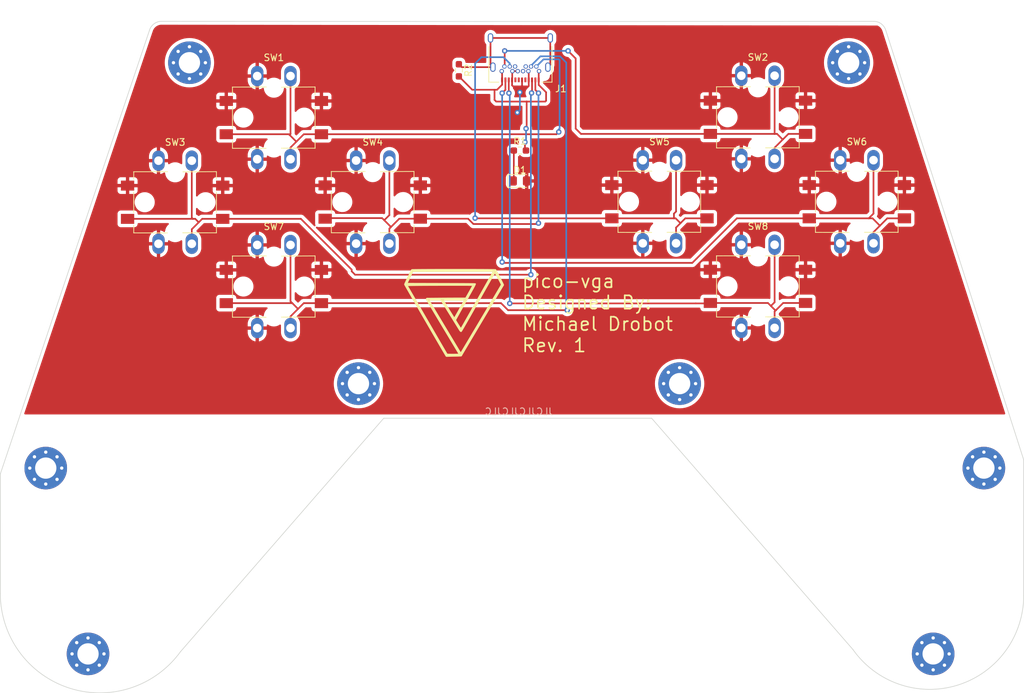
<source format=kicad_pcb>
(kicad_pcb (version 20211014) (generator pcbnew)
  (layers (0 "F.Cu" signal) (31 "B.Cu" signal) (34 "B.Paste" user) (35 "F.Paste" user) (36 "B.SilkS" user "B.Silkscreen") (37 "F.SilkS" user "F.Silkscreen") (38 "B.Mask" user) (39 "F.Mask" user) (44 "Edge.Cuts" user))
  (net 0 "")
  (net 1 "Net-(D1-Pad1)")
  (net 2 "+3V3")
  (net 3 "GND")
  (net 4 "Net-(J1-PadA2)")
  (net 5 "Net-(J1-PadA3)")
  (net 9 "Net-(J1-PadA10)")
  (net 10 "Net-(J1-PadA11)")
  (net 11 "Net-(J1-PadB2)")
  (net 12 "Net-(J1-PadB3)")
  (net 16 "Net-(J1-PadB10)")
  (net 17 "Net-(J1-PadB11)")
  (net 18 "Net-(J1-PadS1)")
  (footprint "controller:SW_Push_1P1T_12MM_SMD_AND_THT" (layer "F.Cu") (at 55.8673 53.975)
    (fp_text reference "SW7" (at 0 -9.017 unlocked) (layer "F.SilkS"))
    (fp_text value "SW_Push" hide)
    (pad "" np_thru_hole circle (at 0 4.5) (size 2 2) (drill 2) (layers *.Cu *.Mask))
    (pad "" np_thru_hole circle (at 4.572 0 90) (size 2 2) (drill 2) (layers *.Cu *.Mask))
    (pad "" np_thru_hole circle (at -4.572 0 90) (size 2 2) (drill 2) (layers *.Cu *.Mask))
    (pad "" np_thru_hole circle (at 0 -4.5) (size 2 2) (drill 2) (layers *.Cu *.Mask))
    (pad "1" thru_hole oval (at -2.5 6.25 90) (size 3.048 1.85) (drill 1.3) (layers *.Cu *.Mask) (net 2 "+3V3"))
    (pad "1" thru_hole oval (at -2.5 -6.25 90) (size 3.048 1.85) (drill 1.3) (layers *.Cu *.Mask) (net 2 "+3V3"))
    (pad "1" smd rect (at 7.15 -2.5) (size 2 1.5) (layers "F.Cu" "F.Paste" "F.Mask") (net 2 "+3V3"))
    (pad "1" smd rect (at -7.15 -2.5) (size 2 1.5) (layers "F.Cu" "F.Paste" "F.Mask") (net 2 "+3V3"))
    (pad "2" smd rect (at 7.15 2.5) (size 2 1.5) (layers "F.Cu" "F.Paste" "F.Mask") (net 16 "Net-(J1-PadB10)"))
    (pad "2" thru_hole oval (at 2.5 6.25 90) (size 3.048 1.85) (drill 1.3) (layers *.Cu *.Mask) (net 16 "Net-(J1-PadB10)"))
    (pad "2" thru_hole oval (at 2.5 -6.25 90) (size 3.048 1.85) (drill 1.3) (layers *.Cu *.Mask) (net 16 "Net-(J1-PadB10)"))
    (pad "2" smd rect (at -7.15 2.5) (size 2 1.5) (layers "F.Cu" "F.Paste" "F.Mask") (net 16 "Net-(J1-PadB10)"))
  )
  (footprint "controller:SW_Push_1P1T_12MM_SMD_AND_THT" (layer "F.Cu") (at 70.7263 41.275)
    (fp_text reference "SW4" (at 0 -9.017 unlocked) (layer "F.SilkS"))
    (fp_text value "SW_Push" hide)
    (pad "" np_thru_hole circle (at 0 4.5) (size 2 2) (drill 2) (layers *.Cu *.Mask))
    (pad "" np_thru_hole circle (at 4.572 0 90) (size 2 2) (drill 2) (layers *.Cu *.Mask))
    (pad "" np_thru_hole circle (at 0 -4.5) (size 2 2) (drill 2) (layers *.Cu *.Mask))
    (pad "" np_thru_hole circle (at -4.572 0 90) (size 2 2) (drill 2) (layers *.Cu *.Mask))
    (pad "1" smd rect (at -7.15 -2.5) (size 2 1.5) (layers "F.Cu" "F.Paste" "F.Mask") (net 2 "+3V3"))
    (pad "1" smd rect (at 7.15 -2.5) (size 2 1.5) (layers "F.Cu" "F.Paste" "F.Mask") (net 2 "+3V3"))
    (pad "1" thru_hole oval (at -2.5 6.25 90) (size 3.048 1.85) (drill 1.3) (layers *.Cu *.Mask) (net 2 "+3V3"))
    (pad "1" thru_hole oval (at -2.5 -6.25 90) (size 3.048 1.85) (drill 1.3) (layers *.Cu *.Mask) (net 2 "+3V3"))
    (pad "2" smd rect (at 7.15 2.5) (size 2 1.5) (layers "F.Cu" "F.Paste" "F.Mask") (net 4 "Net-(J1-PadA2)"))
    (pad "2" thru_hole oval (at 2.5 -6.25 90) (size 3.048 1.85) (drill 1.3) (layers *.Cu *.Mask) (net 4 "Net-(J1-PadA2)"))
    (pad "2" smd rect (at -7.15 2.5) (size 2 1.5) (layers "F.Cu" "F.Paste" "F.Mask") (net 4 "Net-(J1-PadA2)"))
    (pad "2" thru_hole oval (at 2.5 6.25 90) (size 3.048 1.85) (drill 1.3) (layers *.Cu *.Mask) (net 4 "Net-(J1-PadA2)"))
  )
  (footprint "controller:SW_Push_1P1T_12MM_SMD_AND_THT" (layer "F.Cu") (at 143.4719 41.2242)
    (fp_text reference "SW6" (at 0 -9.017 unlocked) (layer "F.SilkS"))
    (fp_text value "SW_Push" hide)
    (pad "" np_thru_hole circle (at -4.572 0 90) (size 2 2) (drill 2) (layers *.Cu *.Mask))
    (pad "" np_thru_hole circle (at 0 4.5) (size 2 2) (drill 2) (layers *.Cu *.Mask))
    (pad "" np_thru_hole circle (at 4.572 0 90) (size 2 2) (drill 2) (layers *.Cu *.Mask))
    (pad "" np_thru_hole circle (at 0 -4.5) (size 2 2) (drill 2) (layers *.Cu *.Mask))
    (pad "1" smd rect (at 7.15 -2.5) (size 2 1.5) (layers "F.Cu" "F.Paste" "F.Mask") (net 2 "+3V3"))
    (pad "1" smd rect (at -7.15 -2.5) (size 2 1.5) (layers "F.Cu" "F.Paste" "F.Mask") (net 2 "+3V3"))
    (pad "1" thru_hole oval (at -2.5 6.25 90) (size 3.048 1.85) (drill 1.3) (layers *.Cu *.Mask) (net 2 "+3V3"))
    (pad "1" thru_hole oval (at -2.5 -6.25 90) (size 3.048 1.85) (drill 1.3) (layers *.Cu *.Mask) (net 2 "+3V3"))
    (pad "2" thru_hole oval (at 2.5 6.25 90) (size 3.048 1.85) (drill 1.3) (layers *.Cu *.Mask) (net 10 "Net-(J1-PadA11)"))
    (pad "2" thru_hole oval (at 2.5 -6.25 90) (size 3.048 1.85) (drill 1.3) (layers *.Cu *.Mask) (net 10 "Net-(J1-PadA11)"))
    (pad "2" smd rect (at -7.15 2.5) (size 2 1.5) (layers "F.Cu" "F.Paste" "F.Mask") (net 10 "Net-(J1-PadA11)"))
    (pad "2" smd rect (at 7.15 2.5) (size 2 1.5) (layers "F.Cu" "F.Paste" "F.Mask") (net 10 "Net-(J1-PadA11)"))
  )
  (footprint "MountingHole:MountingHole_3.2mm_M3_Pad_Via" (layer "F.Cu") (at 154.94 109.22)
    (fp_text reference "REF**" hide)
    (fp_text value "MountingHole_3.2mm_M3_Pad_Via" hide)
    (pad "1" thru_hole circle (at 1.697056 1.697056) (size 0.8 0.8) (drill 0.5) (layers *.Cu *.Mask))
    (pad "1" thru_hole circle (at 1.697056 -1.697056) (size 0.8 0.8) (drill 0.5) (layers *.Cu *.Mask))
    (pad "1" thru_hole circle (at 2.4 0) (size 0.8 0.8) (drill 0.5) (layers *.Cu *.Mask))
    (pad "1" thru_hole circle (at -1.697056 -1.697056) (size 0.8 0.8) (drill 0.5) (layers *.Cu *.Mask))
    (pad "1" thru_hole circle (at 0 2.4) (size 0.8 0.8) (drill 0.5) (layers *.Cu *.Mask))
    (pad "1" thru_hole circle (at 0 -2.4) (size 0.8 0.8) (drill 0.5) (layers *.Cu *.Mask))
    (pad "1" thru_hole circle (at -2.4 0) (size 0.8 0.8) (drill 0.5) (layers *.Cu *.Mask))
    (pad "1" thru_hole circle (at 0 0) (size 6.4 6.4) (drill 3.2) (layers *.Cu *.Mask))
    (pad "1" thru_hole circle (at -1.697056 1.697056) (size 0.8 0.8) (drill 0.5) (layers *.Cu *.Mask))
  )
  (footprint "controller:SW_Push_1P1T_12MM_SMD_AND_THT" (layer "F.Cu") (at 113.8047 41.2242)
    (fp_text reference "SW5" (at 0 -9.017 unlocked) (layer "F.SilkS"))
    (fp_text value "SW_Push" hide)
    (pad "" np_thru_hole circle (at 4.572 0 90) (size 2 2) (drill 2) (layers *.Cu *.Mask))
    (pad "" np_thru_hole circle (at -4.572 0 90) (size 2 2) (drill 2) (layers *.Cu *.Mask))
    (pad "" np_thru_hole circle (at 0 -4.5) (size 2 2) (drill 2) (layers *.Cu *.Mask))
    (pad "" np_thru_hole circle (at 0 4.5) (size 2 2) (drill 2) (layers *.Cu *.Mask))
    (pad "1" smd rect (at 7.15 -2.5) (size 2 1.5) (layers "F.Cu" "F.Paste" "F.Mask") (net 2 "+3V3"))
    (pad "1" thru_hole oval (at -2.5 -6.25 90) (size 3.048 1.85) (drill 1.3) (layers *.Cu *.Mask) (net 2 "+3V3"))
    (pad "1" thru_hole oval (at -2.5 6.25 90) (size 3.048 1.85) (drill 1.3) (layers *.Cu *.Mask) (net 2 "+3V3"))
    (pad "1" smd rect (at -7.15 -2.5) (size 2 1.5) (layers "F.Cu" "F.Paste" "F.Mask") (net 2 "+3V3"))
    (pad "2" smd rect (at -7.15 2.5) (size 2 1.5) (layers "F.Cu" "F.Paste" "F.Mask") (net 12 "Net-(J1-PadB3)"))
    (pad "2" thru_hole oval (at 2.5 6.25 90) (size 3.048 1.85) (drill 1.3) (layers *.Cu *.Mask) (net 12 "Net-(J1-PadB3)"))
    (pad "2" smd rect (at 7.15 2.5) (size 2 1.5) (layers "F.Cu" "F.Paste" "F.Mask") (net 12 "Net-(J1-PadB3)"))
    (pad "2" thru_hole oval (at 2.5 -6.25 90) (size 3.048 1.85) (drill 1.3) (layers *.Cu *.Mask) (net 12 "Net-(J1-PadB3)"))
  )
  (footprint "MountingHole:MountingHole_3.2mm_M3_Pad_Via" (layer "F.Cu") (at 68.58 68.58)
    (fp_text reference "REF**" hide)
    (fp_text value "MountingHole_3.2mm_M3_Pad_Via" hide)
    (pad "1" thru_hole circle (at 2.4 0) (size 0.8 0.8) (drill 0.5) (layers *.Cu *.Mask))
    (pad "1" thru_hole circle (at 0 -2.4) (size 0.8 0.8) (drill 0.5) (layers *.Cu *.Mask))
    (pad "1" thru_hole circle (at 1.697056 1.697056) (size 0.8 0.8) (drill 0.5) (layers *.Cu *.Mask))
    (pad "1" thru_hole circle (at -1.697056 1.697056) (size 0.8 0.8) (drill 0.5) (layers *.Cu *.Mask))
    (pad "1" thru_hole circle (at 1.697056 -1.697056) (size 0.8 0.8) (drill 0.5) (layers *.Cu *.Mask))
    (pad "1" thru_hole circle (at -2.4 0) (size 0.8 0.8) (drill 0.5) (layers *.Cu *.Mask))
    (pad "1" thru_hole circle (at 0 0) (size 6.4 6.4) (drill 3.2) (layers *.Cu *.Mask))
    (pad "1" thru_hole circle (at 0 2.4) (size 0.8 0.8) (drill 0.5) (layers *.Cu *.Mask))
    (pad "1" thru_hole circle (at -1.697056 -1.697056) (size 0.8 0.8) (drill 0.5) (layers *.Cu *.Mask))
  )
  (footprint "LED_SMD:LED_0805_2012Metric_Pad1.15x1.40mm_HandSolder" (layer "F.Cu") (at 92.837 38.1)
    (fp_text reference "D1" (at 0 -1.65) (layer "F.SilkS"))
    (fp_text value "LED" hide)
    (pad "1" smd roundrect (at -1.025 0) (size 1.15 1.4) (layers "F.Cu" "F.Paste" "F.Mask") (roundrect_rratio 0.2173913043) (net 1 "Net-(D1-Pad1)"))
    (pad "2" smd roundrect (at 1.025 0) (size 1.15 1.4) (layers "F.Cu" "F.Paste" "F.Mask") (roundrect_rratio 0.2173913043) (net 2 "+3V3"))
  )
  (footprint "MountingHole:MountingHole_3.2mm_M3_Pad_Via" (layer "F.Cu") (at 21.59 81.28)
    (fp_text reference "REF**" hide)
    (fp_text value "MountingHole_3.2mm_M3_Pad_Via" hide)
    (pad "1" thru_hole circle (at 0 2.4) (size 0.8 0.8) (drill 0.5) (layers *.Cu *.Mask))
    (pad "1" thru_hole circle (at 0 -2.4) (size 0.8 0.8) (drill 0.5) (layers *.Cu *.Mask))
    (pad "1" thru_hole circle (at -2.4 0) (size 0.8 0.8) (drill 0.5) (layers *.Cu *.Mask))
    (pad "1" thru_hole circle (at 2.4 0) (size 0.8 0.8) (drill 0.5) (layers *.Cu *.Mask))
    (pad "1" thru_hole circle (at 0 0) (size 6.4 6.4) (drill 3.2) (layers *.Cu *.Mask))
    (pad "1" thru_hole circle (at 1.697056 -1.697056) (size 0.8 0.8) (drill 0.5) (layers *.Cu *.Mask))
    (pad "1" thru_hole circle (at 1.697056 1.697056) (size 0.8 0.8) (drill 0.5) (layers *.Cu *.Mask))
    (pad "1" thru_hole circle (at -1.697056 1.697056) (size 0.8 0.8) (drill 0.5) (layers *.Cu *.Mask))
    (pad "1" thru_hole circle (at -1.697056 -1.697056) (size 0.8 0.8) (drill 0.5) (layers *.Cu *.Mask))
  )
  (footprint "controller:USB_C_Receptacle_Molex_2171830001" (layer "F.Cu") (at 92.9132 17.8784 180)
    (fp_text reference "J1" (at -6.0868 -6.36) (layer "F.SilkS"))
    (fp_text value "USB_C_Receptacle")
    (pad "" np_thru_hole oval (at 3.6 -4.36 180) (size 0.95 0.65) (drill oval 0.95 0.65) (layers *.Cu *.Mask))
    (pad "" np_thru_hole circle (at -3.6 -4.36 180) (size 0.65 0.65) (drill 0.65) (layers *.Cu *.Mask))
    (pad "A1" smd rect (at -2.75 -5.02 180) (size 0.3 0.7) (layers "F.Cu" "F.Paste" "F.Mask") (net 3 "GND"))
    (pad "A2" smd rect (at -2.25 -5.02 180) (size 0.3 0.7) (layers "F.Cu" "F.Paste" "F.Mask") (net 4 "Net-(J1-PadA2)"))
    (pad "A3" smd rect (at -1.75 -5.02 180) (size 0.3 0.7) (layers "F.Cu" "F.Paste" "F.Mask") (net 5 "Net-(J1-PadA3)"))
    (pad "A4" smd rect (at -1.25 -5.02 180) (size 0.3 0.7) (layers "F.Cu" "F.Paste" "F.Mask") (net 2 "+3V3"))
    (pad "A5" smd rect (at -0.75 -5.02 180) (size 0.3 0.7) (layers "F.Cu" "F.Paste" "F.Mask"))
    (pad "A6" smd rect (at -0.25 -5.02 180) (size 0.3 0.7) (layers "F.Cu" "F.Paste" "F.Mask") (net 2 "+3V3"))
    (pad "A7" smd rect (at 0.25 -5.02 180) (size 0.3 0.7) (layers "F.Cu" "F.Paste" "F.Mask"))
    (pad "A8" smd rect (at 0.75 -5.02 180) (size 0.3 0.7) (layers "F.Cu" "F.Paste" "F.Mask"))
    (pad "A9" smd rect (at 1.25 -5.02 180) (size 0.3 0.7) (layers "F.Cu" "F.Paste" "F.Mask") (net 2 "+3V3"))
    (pad "A10" smd rect (at 1.75 -5.02 180) (size 0.3 0.7) (layers "F.Cu" "F.Paste" "F.Mask") (net 9 "Net-(J1-PadA10)"))
    (pad "A11" smd rect (at 2.25 -5.02 180) (size 0.3 0.7) (layers "F.Cu" "F.Paste" "F.Mask") (net 10 "Net-(J1-PadA11)"))
    (pad "A12" smd rect (at 2.75 -5.02 180) (size 0.3 0.7) (layers "F.Cu" "F.Paste" "F.Mask") (net 3 "GND"))
    (pad "B1" thru_hole circle (at 2.8 -3.71 180) (size 0.65 0.65) (drill 0.4) (layers *.Cu *.Mask) (net 3 "GND"))
    (pad "B2" thru_hole circle (at 2.4 -3.01 180) (size 0.65 0.65) (drill 0.4) (layers *.Cu *.Mask) (net 11 "Net-(J1-PadB2)"))
    (pad "B3" thru_hole circle (at 1.6 -3.01 180) (size 0.65 0.65) (drill 0.4) (layers *.Cu *.Mask) (net 12 "Net-(J1-PadB3)"))
    (pad "B4" thru_hole circle (at 1.2 -3.71 180) (size 0.65 0.65) (drill 0.4) (layers *.Cu *.Mask) (net 2 "+3V3"))
    (pad "B5" thru_hole circle (at 0.8 -3.01 180) (size 0.65 0.65) (drill 0.4) (layers *.Cu *.Mask))
    (pad "B6" thru_hole circle (at 0.4 -3.71 180) (size 0.65 0.65) (drill 0.4) (layers *.Cu *.Mask) (net 2 "+3V3"))
    (pad "B7" thru_hole circle (at -0.4 -3.71 180) (size 0.65 0.65) (drill 0.4) (layers *.Cu *.Mask))
    (pad "B8" thru_hole circle (at -0.8 -3.01 180) (size 0.65 0.65) (drill 0.4) (layers *.Cu *.Mask))
    (pad "B9" thru_hole circle (at -1.2 -3.71 180) (size 0.65 0.65) (drill 0.4) (layers *.Cu *.Mask) (net 2 "+3V3"))
    (pad "B10" thru_hole circle (at -1.6 -3.01 180) (size 0.65 0.65) (drill 0.4) (layers *.Cu *.Mask) (net 16 "Net-(J1-PadB10)"))
    (pad "B11" thru_hole circle (at -2.4 -3.01 180) (size 0.65 0.65) (drill 0.4) (layers *.Cu *.Mask) (net 17 "Net-(J1-PadB11)"))
    (pad "B12" thru_hole circle (at -2.8 -3.71 180) (size 0.65 0.65) (drill 0.4) (layers *.Cu *.Mask) (net 3 "GND"))
    (pad "S1" thru_hole oval (at 4.49 1.28 180) (size 0.8 1.4) (drill oval 0.5 1.1) (layers *.Cu *.Mask) (net 18 "Net-(J1-PadS1)"))
    (pad "S1" thru_hole oval (at -4.13 -3.11 180) (size 0.8 1.4) (drill oval 0.5 1.1) (layers *.Cu *.Mask) (net 18 "Net-(J1-PadS1)"))
    (pad "S1" thru_hole oval (at -4.49 1.28 180) (size 0.8 1.4) (drill oval 0.5 1.1) (layers *.Cu *.Mask) (net 18 "Net-(J1-PadS1)"))
    (pad "S1" thru_hole oval (at 4.13 -3.11 180) (size 0.8 1.4) (drill oval 0.5 1.1) (layers *.Cu *.Mask) (net 18 "Net-(J1-PadS1)"))
  )
  (footprint "controller:SW_Push_1P1T_12MM_SMD_AND_THT" (layer "F.Cu") (at 41.0337 41.3004)
    (fp_text reference "SW3" (at 0 -9.017 unlocked) (layer "F.SilkS"))
    (fp_text value "SW_Push" hide)
    (pad "" np_thru_hole circle (at 0 -4.5) (size 2 2) (drill 2) (layers *.Cu *.Mask))
    (pad "" np_thru_hole circle (at -4.572 0 90) (size 2 2) (drill 2) (layers *.Cu *.Mask))
    (pad "" np_thru_hole circle (at 4.572 0 90) (size 2 2) (drill 2) (layers *.Cu *.Mask))
    (pad "" np_thru_hole circle (at 0 4.5) (size 2 2) (drill 2) (layers *.Cu *.Mask))
    (pad "1" thru_hole oval (at -2.5 -6.25 90) (size 3.048 1.85) (drill 1.3) (layers *.Cu *.Mask) (net 2 "+3V3"))
    (pad "1" smd rect (at 7.15 -2.5) (size 2 1.5) (layers "F.Cu" "F.Paste" "F.Mask") (net 2 "+3V3"))
    (pad "1" thru_hole oval (at -2.5 6.25 90) (size 3.048 1.85) (drill 1.3) (layers *.Cu *.Mask) (net 2 "+3V3"))
    (pad "1" smd rect (at -7.15 -2.5) (size 2 1.5) (layers "F.Cu" "F.Paste" "F.Mask") (net 2 "+3V3"))
    (pad "2" thru_hole oval (at 2.5 6.25 90) (size 3.048 1.85) (drill 1.3) (layers *.Cu *.Mask) (net 5 "Net-(J1-PadA3)"))
    (pad "2" thru_hole oval (at 2.5 -6.25 90) (size 3.048 1.85) (drill 1.3) (layers *.Cu *.Mask) (net 5 "Net-(J1-PadA3)"))
    (pad "2" smd rect (at -7.15 2.5) (size 2 1.5) (layers "F.Cu" "F.Paste" "F.Mask") (net 5 "Net-(J1-PadA3)"))
    (pad "2" smd rect (at 7.15 2.5) (size 2 1.5) (layers "F.Cu" "F.Paste" "F.Mask") (net 5 "Net-(J1-PadA3)"))
  )
  (footprint "Resistor_SMD:R_0603_1608Metric_Pad0.98x0.95mm_HandSolder" (layer "F.Cu") (at 83.6676 21.463 -90)
    (fp_text reference "R2" (at 0 -1.43 90) (layer "F.SilkS"))
    (fp_text value "1M" hide)
    (pad "1" smd roundrect (at -0.9125 0 270) (size 0.975 0.95) (layers "F.Cu" "F.Paste" "F.Mask") (net 18 "Net-(J1-PadS1)"))
    (pad "2" smd roundrect (at 0.9125 0 270) (size 0.975 0.95) (layers "F.Cu" "F.Paste" "F.Mask") (net 3 "GND"))
  )
  (footprint "MountingHole:MountingHole_3.2mm_M3_Pad_Via" (layer "F.Cu") (at 27.94 109.22)
    (fp_text reference "REF**" hide)
    (fp_text value "MountingHole_3.2mm_M3_Pad_Via" hide)
    (pad "1" thru_hole circle (at 0 0) (size 6.4 6.4) (drill 3.2) (layers *.Cu *.Mask))
    (pad "1" thru_hole circle (at -1.697056 -1.697056) (size 0.8 0.8) (drill 0.5) (layers *.Cu *.Mask))
    (pad "1" thru_hole circle (at -2.4 0) (size 0.8 0.8) (drill 0.5) (layers *.Cu *.Mask))
    (pad "1" thru_hole circle (at 0 -2.4) (size 0.8 0.8) (drill 0.5) (layers *.Cu *.Mask))
    (pad "1" thru_hole circle (at 0 2.4) (size 0.8 0.8) (drill 0.5) (layers *.Cu *.Mask))
    (pad "1" thru_hole circle (at -1.697056 1.697056) (size 0.8 0.8) (drill 0.5) (layers *.Cu *.Mask))
    (pad "1" thru_hole circle (at 2.4 0) (size 0.8 0.8) (drill 0.5) (layers *.Cu *.Mask))
    (pad "1" thru_hole circle (at 1.697056 -1.697056) (size 0.8 0.8) (drill 0.5) (layers *.Cu *.Mask))
    (pad "1" thru_hole circle (at 1.697056 1.697056) (size 0.8 0.8) (drill 0.5) (layers *.Cu *.Mask))
  )
  (footprint "MountingHole:MountingHole_3.2mm_M3_Pad_Via" (layer "F.Cu") (at 162.56 81.28)
    (fp_text reference "REF**" hide)
    (fp_text value "MountingHole_3.2mm_M3_Pad_Via" hide)
    (pad "1" thru_hole circle (at 0 2.4) (size 0.8 0.8) (drill 0.5) (layers *.Cu *.Mask))
    (pad "1" thru_hole circle (at 2.4 0) (size 0.8 0.8) (drill 0.5) (layers *.Cu *.Mask))
    (pad "1" thru_hole circle (at -1.697056 -1.697056) (size 0.8 0.8) (drill 0.5) (layers *.Cu *.Mask))
    (pad "1" thru_hole circle (at -2.4 0) (size 0.8 0.8) (drill 0.5) (layers *.Cu *.Mask))
    (pad "1" thru_hole circle (at -1.697056 1.697056) (size 0.8 0.8) (drill 0.5) (layers *.Cu *.Mask))
    (pad "1" thru_hole circle (at 1.697056 1.697056) (size 0.8 0.8) (drill 0.5) (layers *.Cu *.Mask))
    (pad "1" thru_hole circle (at 0 -2.4) (size 0.8 0.8) (drill 0.5) (layers *.Cu *.Mask))
    (pad "1" thru_hole circle (at 0 0) (size 6.4 6.4) (drill 3.2) (layers *.Cu *.Mask))
    (pad "1" thru_hole circle (at 1.697056 -1.697056) (size 0.8 0.8) (drill 0.5) (layers *.Cu *.Mask))
  )
  (footprint "MountingHole:MountingHole_3.2mm_M3_Pad_Via" (layer "F.Cu") (at 116.84 68.58)
    (fp_text reference "REF**" hide)
    (fp_text value "MountingHole_3.2mm_M3_Pad_Via" hide)
    (pad "1" thru_hole circle (at 0 -2.4) (size 0.8 0.8) (drill 0.5) (layers *.Cu *.Mask))
    (pad "1" thru_hole circle (at 0 2.4) (size 0.8 0.8) (drill 0.5) (layers *.Cu *.Mask))
    (pad "1" thru_hole circle (at -1.697056 1.697056) (size 0.8 0.8) (drill 0.5) (layers *.Cu *.Mask))
    (pad "1" thru_hole circle (at -1.697056 -1.697056) (size 0.8 0.8) (drill 0.5) (layers *.Cu *.Mask))
    (pad "1" thru_hole circle (at 1.697056 1.697056) (size 0.8 0.8) (drill 0.5) (layers *.Cu *.Mask))
    (pad "1" thru_hole circle (at -2.4 0) (size 0.8 0.8) (drill 0.5) (layers *.Cu *.Mask))
    (pad "1" thru_hole circle (at 2.4 0) (size 0.8 0.8) (drill 0.5) (layers *.Cu *.Mask))
    (pad "1" thru_hole circle (at 0 0) (size 6.4 6.4) (drill 3.2) (layers *.Cu *.Mask))
    (pad "1" thru_hole circle (at 1.697056 -1.697056) (size 0.8 0.8) (drill 0.5) (layers *.Cu *.Mask))
  )
  (footprint "controller:SW_Push_1P1T_12MM_SMD_AND_THT" (layer "F.Cu") (at 55.8673 28.575)
    (fp_text reference "SW1" (at 0 -9.017 unlocked) (layer "F.SilkS"))
    (fp_text value "SW_Push" hide)
    (pad "" np_thru_hole circle (at 0 4.5) (size 2 2) (drill 2) (layers *.Cu *.Mask))
    (pad "" np_thru_hole circle (at 0 -4.5) (size 2 2) (drill 2) (layers *.Cu *.Mask))
    (pad "" np_thru_hole circle (at -4.572 0 90) (size 2 2) (drill 2) (layers *.Cu *.Mask))
    (pad "" np_thru_hole circle (at 4.572 0 90) (size 2 2) (drill 2) (layers *.Cu *.Mask))
    (pad "1" smd rect (at 7.15 -2.5) (size 2 1.5) (layers "F.Cu" "F.Paste" "F.Mask") (net 2 "+3V3"))
    (pad "1" thru_hole oval (at -2.5 6.25 90) (size 3.048 1.85) (drill 1.3) (layers *.Cu *.Mask) (net 2 "+3V3"))
    (pad "1" thru_hole oval (at -2.5 -6.25 90) (size 3.048 1.85) (drill 1.3) (layers *.Cu *.Mask) (net 2 "+3V3"))
    (pad "1" smd rect (at -7.15 -2.5) (size 2 1.5) (layers "F.Cu" "F.Paste" "F.Mask") (net 2 "+3V3"))
    (pad "2" smd rect (at -7.15 2.5) (size 2 1.5) (layers "F.Cu" "F.Paste" "F.Mask") (net 17 "Net-(J1-PadB11)"))
    (pad "2" thru_hole oval (at 2.5 6.25 90) (size 3.048 1.85) (drill 1.3) (layers *.Cu *.Mask) (net 17 "Net-(J1-PadB11)"))
    (pad "2" thru_hole oval (at 2.5 -6.25 90) (size 3.048 1.85) (drill 1.3) (layers *.Cu *.Mask) (net 17 "Net-(J1-PadB11)"))
    (pad "2" smd rect (at 7.15 2.5) (size 2 1.5) (layers "F.Cu" "F.Paste" "F.Mask") (net 17 "Net-(J1-PadB11)"))
  )
  (footprint "controller:SW_Push_1P1T_12MM_SMD_AND_THT" (layer "F.Cu") (at 128.6129 53.9496)
    (fp_text reference "SW8" (at 0 -9.017 unlocked) (layer "F.SilkS"))
    (fp_text value "SW_Push" hide)
    (pad "" np_thru_hole circle (at -4.572 0 90) (size 2 2) (drill 2) (layers *.Cu *.Mask))
    (pad "" np_thru_hole circle (at 0 4.5) (size 2 2) (drill 2) (layers *.Cu *.Mask))
    (pad "" np_thru_hole circle (at 4.572 0 90) (size 2 2) (drill 2) (layers *.Cu *.Mask))
    (pad "" np_thru_hole circle (at 0 -4.5) (size 2 2) (drill 2) (layers *.Cu *.Mask))
    (pad "1" thru_hole oval (at -2.5 6.25 90) (size 3.048 1.85) (drill 1.3) (layers *.Cu *.Mask) (net 2 "+3V3"))
    (pad "1" smd rect (at -7.15 -2.5) (size 2 1.5) (layers "F.Cu" "F.Paste" "F.Mask") (net 2 "+3V3"))
    (pad "1" thru_hole oval (at -2.5 -6.25 90) (size 3.048 1.85) (drill 1.3) (layers *.Cu *.Mask) (net 2 "+3V3"))
    (pad "1" smd rect (at 7.15 -2.5) (size 2 1.5) (layers "F.Cu" "F.Paste" "F.Mask") (net 2 "+3V3"))
    (pad "2" smd rect (at 7.15 2.5) (size 2 1.5) (layers "F.Cu" "F.Paste" "F.Mask") (net 9 "Net-(J1-PadA10)"))
    (pad "2" smd rect (at -7.15 2.5) (size 2 1.5) (layers "F.Cu" "F.Paste" "F.Mask") (net 9 "Net-(J1-PadA10)"))
    (pad "2" thru_hole oval (at 2.5 6.25 90) (size 3.048 1.85) (drill 1.3) (layers *.Cu *.Mask) (net 9 "Net-(J1-PadA10)"))
    (pad "2" thru_hole oval (at 2.5 -6.25 90) (size 3.048 1.85) (drill 1.3) (layers *.Cu *.Mask) (net 9 "Net-(J1-PadA10)"))
  )
  (footprint "MountingHole:MountingHole_3.2mm_M3_Pad_Via" (layer "F.Cu") (at 142.24 20.32)
    (fp_text reference "REF**" hide)
    (fp_text value "MountingHole_3.2mm_M3_Pad_Via" hide)
    (pad "1" thru_hole circle (at 1.697056 1.697056) (size 0.8 0.8) (drill 0.5) (layers *.Cu *.Mask))
    (pad "1" thru_hole circle (at 0 -2.4) (size 0.8 0.8) (drill 0.5) (layers *.Cu *.Mask))
    (pad "1" thru_hole circle (at -1.697056 1.697056) (size 0.8 0.8) (drill 0.5) (layers *.Cu *.Mask))
    (pad "1" thru_hole circle (at 2.4 0) (size 0.8 0.8) (drill 0.5) (layers *.Cu *.Mask))
    (pad "1" thru_hole circle (at 0 0) (size 6.4 6.4) (drill 3.2) (layers *.Cu *.Mask))
    (pad "1" thru_hole circle (at 1.697056 -1.697056) (size 0.8 0.8) (drill 0.5) (layers *.Cu *.Mask))
    (pad "1" thru_hole circle (at -1.697056 -1.697056) (size 0.8 0.8) (drill 0.5) (layers *.Cu *.Mask))
    (pad "1" thru_hole circle (at -2.4 0) (size 0.8 0.8) (drill 0.5) (layers *.Cu *.Mask))
    (pad "1" thru_hole circle (at 0 2.4) (size 0.8 0.8) (drill 0.5) (layers *.Cu *.Mask))
  )
  (footprint "controller:Logo" (layer "F.Cu") (at 83 58)
    (fp_text reference "G***" hide)
    (fp_text value "LOGO" hide)
  )
  (footprint "controller:SW_Push_1P1T_12MM_SMD_AND_THT" (layer "F.Cu") (at 128.6129 28.5242)
    (fp_text reference "SW2" (at 0 -9.017 unlocked) (layer "F.SilkS"))
    (fp_text value "SW_Push" hide)
    (pad "" np_thru_hole circle (at 0 4.5) (size 2 2) (drill 2) (layers *.Cu *.Mask))
    (pad "" np_thru_hole circle (at -4.572 0 90) (size 2 2) (drill 2) (layers *.Cu *.Mask))
    (pad "" np_thru_hole circle (at 0 -4.5) (size 2 2) (drill 2) (layers *.Cu *.Mask))
    (pad "" np_thru_hole circle (at 4.572 0 90) (size 2 2) (drill 2) (layers *.Cu *.Mask))
    (pad "1" thru_hole oval (at -2.5 -6.25 90) (size 3.048 1.85) (drill 1.3) (layers *.Cu *.Mask) (net 2 "+3V3"))
    (pad "1" smd rect (at -7.15 -2.5) (size 2 1.5) (layers "F.Cu" "F.Paste" "F.Mask") (net 2 "+3V3"))
    (pad "1" thru_hole oval (at -2.5 6.25 90) (size 3.048 1.85) (drill 1.3) (layers *.Cu *.Mask) (net 2 "+3V3"))
    (pad "1" smd rect (at 7.15 -2.5) (size 2 1.5) (layers "F.Cu" "F.Paste" "F.Mask") (net 2 "+3V3"))
    (pad "2" smd rect (at 7.15 2.5) (size 2 1.5) (layers "F.Cu" "F.Paste" "F.Mask") (net 11 "Net-(J1-PadB2)"))
    (pad "2" smd rect (at -7.15 2.5) (size 2 1.5) (layers "F.Cu" "F.Paste" "F.Mask") (net 11 "Net-(J1-PadB2)"))
    (pad "2" thru_hole oval (at 2.5 -6.25 90) (size 3.048 1.85) (drill 1.3) (layers *.Cu *.Mask) (net 11 "Net-(J1-PadB2)"))
    (pad "2" thru_hole oval (at 2.5 6.25 90) (size 3.048 1.85) (drill 1.3) (layers *.Cu *.Mask) (net 11 "Net-(J1-PadB2)"))
  )
  (footprint "Resistor_SMD:R_0603_1608Metric_Pad0.98x0.95mm_HandSolder" (layer "F.Cu") (at 92.837 33.528 180)
    (fp_text reference "R1" (at 0 1.397) (layer "F.SilkS"))
    (fp_text value "1K" hide)
    (pad "1" smd roundrect (at -0.9125 0 180) (size 0.975 0.95) (layers "F.Cu" "F.Paste" "F.Mask") (net 3 "GND"))
    (pad "2" smd roundrect (at 0.9125 0 180) (size 0.975 0.95) (layers "F.Cu" "F.Paste" "F.Mask") (net 1 "Net-(D1-Pad1)"))
  )
  (footprint "MountingHole:MountingHole_3.2mm_M3_Pad_Via" (layer "F.Cu") (at 43.18 20.32)
    (fp_text reference "REF**" hide)
    (fp_text value "MountingHole_3.2mm_M3_Pad_Via" hide)
    (pad "1" thru_hole circle (at 0 0) (size 6.4 6.4) (drill 3.2) (layers *.Cu *.Mask))
    (pad "1" thru_hole circle (at -1.697056 -1.697056) (size 0.8 0.8) (drill 0.5) (layers *.Cu *.Mask))
    (pad "1" thru_hole circle (at 0 -2.4) (size 0.8 0.8) (drill 0.5) (layers *.Cu *.Mask))
    (pad "1" thru_hole circle (at 1.697056 -1.697056) (size 0.8 0.8) (drill 0.5) (layers *.Cu *.Mask))
    (pad "1" thru_hole circle (at 2.4 0) (size 0.8 0.8) (drill 0.5) (layers *.Cu *.Mask))
    (pad "1" thru_hole circle (at 1.697056 1.697056) (size 0.8 0.8) (drill 0.5) (layers *.Cu *.Mask))
    (pad "1" thru_hole circle (at -1.697056 1.697056) (size 0.8 0.8) (drill 0.5) (layers *.Cu *.Mask))
    (pad "1" thru_hole circle (at 0 2.4) (size 0.8 0.8) (drill 0.5) (layers *.Cu *.Mask))
    (pad "1" thru_hole circle (at -2.4 0) (size 0.8 0.8) (drill 0.5) (layers *.Cu *.Mask))
  )
  (gr_arc (start 146.0246 14.097001) (mid 147.145605 14.480263) (end 147.822684 15.452428) (layer "Edge.Cuts") (width 0.1))
  (gr_line (start 14.765316 100.1268) (end 14.7701 82.1436) (layer "Edge.Cuts") (width 0.1))
  (gr_line (start 62.4713 85.1408) (end 72.3773 73.787) (layer "Edge.Cuts") (width 0.1))
  (gr_line (start 92.4941 14.1224) (end 146.0246 14.097001) (layer "Edge.Cuts") (width 0.1))
  (gr_line (start 62.4713 85.1408) (end 41.833799 108.8898) (layer "Edge.Cuts") (width 0.1))
  (gr_line (start 122.4915 85.1154) (end 112.6363 73.787) (layer "Edge.Cuts") (width 0.1))
  (gr_line (start 142.895736 108.57706) (end 122.4915 85.1154) (layer "Edge.Cuts") (width 0.1))
  (gr_line (start 168.5417 80.0354) (end 147.822684 15.452428) (layer "Edge.Cuts") (width 0.1))
  (gr_line (start 112.6363 73.787) (end 72.3773 73.787) (layer "Edge.Cuts") (width 0.1))
  (gr_arc (start 37.1602 15.494) (mid 37.849402 14.477823) (end 39.015041 14.091945) (layer "Edge.Cuts") (width 0.1))
  (gr_arc (start 168.5417 100.437633) (mid 158.69685 113.890939) (end 142.895736 108.57706) (layer "Edge.Cuts") (width 0.1))
  (gr_line (start 14.7701 82.1436) (end 37.1602 15.494) (layer "Edge.Cuts") (width 0.1))
  (gr_line (start 92.4941 14.1224) (end 39.015041 14.091945) (layer "Edge.Cuts") (width 0.1))
  (gr_arc (start 41.833799 108.8898) (mid 25.11262 114.352595) (end 14.765316 100.1268) (layer "Edge.Cuts") (width 0.1))
  (gr_line (start 168.5417 100.437633) (end 168.5417 80.0354) (layer "Edge.Cuts") (width 0.1))
  (gr_text "JLCJLCJLCJLC" (at 92.7354 72.771) (layer "B.SilkS") (effects (font (size 1 1)) (justify mirror)))
  (gr_text "pico-vga\nDesigned By:\nMichael Drobot\nRev. 1" (at 93 58) (layer "F.SilkS") (effects (font (size 2 2) (thickness 0.25)) (justify left)))
  (segment (start 91.9245 37.9875) (end 91.812 38.1) (width 0.25) (layer "F.Cu") (net 1))
  (segment (start 91.9245 33.528) (end 91.9245 37.9875) (width 0.25) (layer "F.Cu") (net 1))
  (segment (start 91.7132 21.5884) (end 92.5132 21.5884) (width 0.25) (layer "F.Cu") (net 2))
  (segment (start 94.1632 22.8984) (end 94.1632 23.8198) (width 0.25) (layer "F.Cu") (net 2))
  (segment (start 94.1632 21.6384) (end 94.1132 21.5884) (width 0.25) (layer "F.Cu") (net 2))
  (segment (start 94.1632 22.8984) (end 94.1632 21.6384) (width 0.25) (layer "F.Cu") (net 2))
  (segment (start 93.091 24.003) (end 92.837 24.003) (width 0.25) (layer "F.Cu") (net 2))
  (segment (start 93.98 24.003) (end 93.091 24.003) (width 0.25) (layer "F.Cu") (net 2))
  (segment (start 93.1632 22.8984) (end 93.1632 23.9308) (width 0.25) (layer "F.Cu") (net 2))
  (segment (start 93.1632 23.9308) (end 93.091 24.003) (width 0.25) (layer "F.Cu") (net 2))
  (segment (start 92.837 24.003) (end 92.837 24.765) (width 0.25) (layer "F.Cu") (net 2))
  (segment (start 91.7132 21.5884) (end 91.6882 21.6134) (width 0.25) (layer "F.Cu") (net 2))
  (segment (start 92.837 24.003) (end 91.948 24.003) (width 0.25) (layer "F.Cu") (net 2))
  (segment (start 91.948 24.003) (end 91.6632 23.7182) (width 0.25) (layer "F.Cu") (net 2))
  (segment (start 91.6632 23.7182) (end 91.6632 22.8984) (width 0.25) (layer "F.Cu") (net 2))
  (segment (start 94.1632 23.8198) (end 93.98 24.003) (width 0.25) (layer "F.Cu") (net 2))
  (segment (start 91.6882 21.6134) (end 91.6882 22.606) (width 0.25) (layer "F.Cu") (net 2))
  (via (at 92.456 27.813) (size 0.8) (drill 0.4) (layers "F.Cu" "B.Cu") (net 2))
  (via (at 92.837 24.765) (size 0.8) (drill 0.4) (layers "F.Cu" "B.Cu") (net 2))
  (segment (start 92.837 27.432) (end 92.456 27.813) (width 0.25) (layer "B.Cu") (net 2))
  (segment (start 92.837 24.765) (end 92.837 27.432) (width 0.25) (layer "B.Cu") (net 2))
  (segment (start 93.599 33.3775) (end 93.7495 33.528) (width 0.25) (layer "F.Cu") (net 3))
  (segment (start 85.6761 24.384) (end 89.027 24.384) (width 0.25) (layer "F.Cu") (net 3))
  (segment (start 93.853 26.162) (end 93.853 30.1365) (width 0.25) (layer "F.Cu") (net 3))
  (segment (start 89.027 24.384) (end 89.408 24.384) (width 0.25) (layer "F.Cu") (net 3))
  (segment (start 96.647 26.162) (end 93.853 26.162) (width 0.25) (layer "F.Cu") (net 3))
  (segment (start 90.1632 23.6288) (end 90.1632 22.8984) (width 0.25) (layer "F.Cu") (net 3))
  (segment (start 83.6676 22.3755) (end 85.6761 24.384) (width 0.25) (layer "F.Cu") (net 3))
  (segment (start 95.6632 22.8984) (end 95.6632 21.6384) (width 0.25) (layer "F.Cu") (net 3))
  (segment (start 93.599 32.258) (end 93.599 33.3775) (width 0.25) (layer "F.Cu") (net 3))
  (segment (start 89.027 25.908) (end 89.027 24.384) (width 0.25) (layer "F.Cu") (net 3))
  (segment (start 89.281 26.162) (end 89.027 25.908) (width 0.25) (layer "F.Cu") (net 3))
  (segment (start 90.1632 22.8984) (end 90.1632 21.6384) (width 0.25) (layer "F.Cu") (net 3))
  (segment (start 90.1632 21.6384) (end 90.1132 21.5884) (width 0.25) (layer "F.Cu") (net 3))
  (segment (start 96.774 26.035) (end 96.647 26.162) (width 0.25) (layer "F.Cu") (net 3))
  (segment (start 95.6632 21.6384) (end 95.7132 21.5884) (width 0.25) (layer "F.Cu") (net 3))
  (segment (start 93.853 26.162) (end 89.281 26.162) (width 0.25) (layer "F.Cu") (net 3))
  (segment (start 96.774 24.765) (end 96.774 26.035) (width 0.25) (layer "F.Cu") (net 3))
  (segment (start 95.6632 23.6542) (end 96.774 24.765) (width 0.25) (layer "F.Cu") (net 3))
  (segment (start 93.853 30.1365) (end 93.7635 30.226) (width 0.25) (layer "F.Cu") (net 3))
  (segment (start 89.408 24.384) (end 90.1632 23.6288) (width 0.25) (layer "F.Cu") (net 3))
  (segment (start 95.6632 22.8984) (end 95.6632 23.6542) (width 0.25) (layer "F.Cu") (net 3))
  (via (at 93.7635 30.226) (size 0.8) (drill 0.4) (layers "F.Cu" "B.Cu") (net 3))
  (via (at 93.599 32.258) (size 0.8) (drill 0.4) (layers "F.Cu" "B.Cu") (net 3))
  (segment (start 93.7635 32.0935) (end 93.599 32.258) (width 0.25) (layer "B.Cu") (net 3))
  (segment (start 93.7635 30.226) (end 93.7635 32.0935) (width 0.25) (layer "B.Cu") (net 3))
  (segment (start 73.406 44.958) (end 73.406 45.085) (width 0.25) (layer "F.Cu") (net 4))
  (segment (start 73.2263 35.025) (end 73.2263 43.2327) (width 0.25) (layer "F.Cu") (net 4))
  (segment (start 85.05 43.775) (end 85.852 44.577) (width 0.25) (layer "F.Cu") (net 4))
  (segment (start 74.716 43.775) (end 73.406 45.085) (width 0.25) (layer "F.Cu") (net 4))
  (segment (start 85.852 44.577) (end 95.5027 44.577) (width 0.25) (layer "F.Cu") (net 4))
  (segment (start 63.5763 43.775) (end 63.6633 43.688) (width 0.25) (layer "F.Cu") (net 4))
  (segment (start 63.6633 43.688) (end 72.136 43.688) (width 0.25) (layer "F.Cu") (net 4))
  (segment (start 95.1632 22.8984) (end 95.1632 24.4242) (width 0.25) (layer "F.Cu") (net 4))
  (segment (start 72.4535 44.0055) (end 73.406 44.958) (width 0.25) (layer "F.Cu") (net 4))
  (segment (start 73.2263 43.2327) (end 72.4535 44.0055) (width 0.25) (layer "F.Cu") (net 4))
  (segment (start 72.136 43.688) (end 72.4535 44.0055) (width 0.25) (layer "F.Cu") (net 4))
  (segment (start 77.8763 43.775) (end 74.716 43.775) (width 0.25) (layer "F.Cu") (net 4))
  (segment (start 73.406 45.085) (end 73.2263 45.2647) (width 0.25) (layer "F.Cu") (net 4))
  (segment (start 95.1632 24.4242) (end 95.631 24.892) (width 0.25) (layer "F.Cu") (net 4))
  (segment (start 95.5027 44.577) (end 95.631 44.4487) (width 0.25) (layer "F.Cu") (net 4))
  (segment (start 77.8763 43.775) (end 85.05 43.775) (width 0.25) (layer "F.Cu") (net 4))
  (segment (start 73.2263 45.2647) (end 73.2263 47.525) (width 0.25) (layer "F.Cu") (net 4))
  (via (at 95.631 44.4487) (size 0.8) (drill 0.4) (layers "F.Cu" "B.Cu") (net 4))
  (via (at 95.631 24.892) (size 0.8) (drill 0.4) (layers "F.Cu" "B.Cu") (net 4))
  (segment (start 95.631 44.4487) (end 95.631 24.892) (width 0.25) (layer "B.Cu") (net 4))
  (segment (start 45.0996 43.8004) (end 48.1837 43.8004) (width 0.25) (layer "F.Cu") (net 5))
  (segment (start 67.564 51.435) (end 67.564 51.689) (width 0.25) (layer "F.Cu") (net 5))
  (segment (start 61.214 45.085) (end 67.564 51.435) (width 0.25) (layer "F.Cu") (net 5))
  (segment (start 94.6632 22.8984) (end 94.6632 24.795777) (width 0.25) (layer "F.Cu") (net 5))
  (segment (start 68.072 52.197) (end 94.488 52.197) (width 0.25) (layer "F.Cu") (net 5))
  (segment (start 43.5337 35.0504) (end 43.5337 43.6315) (width 0.25) (layer "F.Cu") (net 5))
  (segment (start 33.8837 43.8004) (end 43.7026 43.8004) (width 0.25) (layer "F.Cu") (net 5))
  (segment (start 44.577 44.323) (end 45.0996 43.8004) (width 0.25) (layer "F.Cu") (net 5))
  (segment (start 48.1837 43.8004) (end 59.9294 43.8004) (width 0.25) (layer "F.Cu") (net 5))
  (segment (start 43.5337 47.5504) (end 43.5337 45.3663) (width 0.25) (layer "F.Cu") (net 5))
  (segment (start 43.7026 43.8004) (end 44.0544 43.8004) (width 0.25) (layer "F.Cu") (net 5))
  (segment (start 94.6632 24.795777) (end 94.590729 24.868248) (width 0.25) (layer "F.Cu") (net 5))
  (segment (start 43.5337 43.6315) (end 43.7026 43.8004) (width 0.25) (layer "F.Cu") (net 5))
  (segment (start 67.564 51.689) (end 68.072 52.197) (width 0.25) (layer "F.Cu") (net 5))
  (segment (start 44.0544 43.8004) (end 44.577 44.323) (width 0.25) (layer "F.Cu") (net 5))
  (segment (start 59.9294 43.8004) (end 61.214 45.085) (width 0.25) (layer "F.Cu") (net 5))
  (segment (start 43.5337 45.3663) (end 44.577 44.323) (width 0.25) (layer "F.Cu") (net 5))
  (via (at 94.590729 24.868248) (size 0.8) (drill 0.4) (layers "F.Cu" "B.Cu") (net 5))
  (via (at 94.488 52.197) (size 0.8) (drill 0.4) (layers "F.Cu" "B.Cu") (net 5))
  (segment (start 94.488 24.970977) (end 94.590729 24.868248) (width 0.25) (layer "B.Cu") (net 5))
  (segment (start 94.488 52.197) (end 94.488 24.970977) (width 0.25) (layer "B.Cu") (net 5))
  (segment (start 131.1129 56.3391) (end 130.556 56.896) (width 0.25) (layer "F.Cu") (net 9))
  (segment (start 119.253 56.515) (end 91.313 56.515) (width 0.25) (layer "F.Cu") (net 9))
  (segment (start 121.3975 56.515) (end 121.4629 56.4496) (width 0.25) (layer "F.Cu") (net 9))
  (segment (start 131.1129 47.6996) (end 131.1129 56.3391) (width 0.25) (layer "F.Cu") (net 9))
  (segment (start 130.556 56.896) (end 131.191 57.531) (width 0.25) (layer "F.Cu") (net 9))
  (segment (start 131.191 57.531) (end 131.318 57.531) (width 0.25) (layer "F.Cu") (net 9))
  (segment (start 131.1129 57.7361) (end 131.318 57.531) (width 0.25) (layer "F.Cu") (net 9))
  (segment (start 132.3994 56.4496) (end 135.7629 56.4496) (width 0.25) (layer "F.Cu") (net 9))
  (segment (start 91.1632 22.8984) (end 91.1632 24.868962) (width 0.25) (layer "F.Cu") (net 9))
  (segment (start 121.4629 56.4496) (end 130.1096 56.4496) (width 0.25) (layer "F.Cu") (net 9))
  (segment (start 131.1129 60.1996) (end 131.1129 57.7361) (width 0.25) (layer "F.Cu") (net 9))
  (segment (start 119.253 56.515) (end 121.3975 56.515) (width 0.25) (layer "F.Cu") (net 9))
  (segment (start 131.318 57.531) (end 132.3994 56.4496) (width 0.25) (layer "F.Cu") (net 9))
  (segment (start 130.1096 56.4496) (end 130.556 56.896) (width 0.25) (layer "F.Cu") (net 9))
  (segment (start 91.1632 24.868962) (end 91.190201 24.895963) (width 0.25) (layer "F.Cu") (net 9))
  (via (at 91.313 56.515) (size 0.8) (drill 0.4) (layers "F.Cu" "B.Cu") (net 9))
  (via (at 91.190201 24.895963) (size 0.8) (drill 0.4) (layers "F.Cu" "B.Cu") (net 9))
  (segment (start 91.313 25.018762) (end 91.190201 24.895963) (width 0.25) (layer "B.Cu") (net 9))
  (segment (start 91.313 56.515) (end 91.313 25.018762) (width 0.25) (layer "B.Cu") (net 9))
  (segment (start 145.9719 43.0041) (end 145.2518 43.7242) (width 0.25) (layer "F.Cu") (net 10))
  (segment (start 136.3219 43.7242) (end 145.2518 43.7242) (width 0.25) (layer "F.Cu") (net 10))
  (segment (start 118.745 50.419) (end 90.297 50.419) (width 0.25) (layer "F.Cu") (net 10))
  (segment (start 90.6632 24.3988) (end 90.17 24.892) (width 0.25) (layer "F.Cu") (net 10))
  (segment (start 125.4398 43.7242) (end 123.698 45.466) (width 0.25) (layer "F.Cu") (net 10))
  (segment (start 148.0458 43.7242) (end 150.6219 43.7242) (width 0.25) (layer "F.Cu") (net 10))
  (segment (start 145.2518 43.7242) (end 145.8322 43.7242) (width 0.25) (layer "F.Cu") (net 10))
  (segment (start 146.939 44.831) (end 148.0458 43.7242) (width 0.25) (layer "F.Cu") (net 10))
  (segment (start 123.698 45.466) (end 119.38 49.784) (width 0.25) (layer "F.Cu") (net 10))
  (segment (start 119.38 49.784) (end 118.745 50.419) (width 0.25) (layer "F.Cu") (net 10))
  (segment (start 136.3219 43.7242) (end 125.4398 43.7242) (width 0.25) (layer "F.Cu") (net 10))
  (segment (start 145.9719 34.9742) (end 145.9719 43.0041) (width 0.25) (layer "F.Cu") (net 10))
  (segment (start 145.8322 43.7242) (end 146.939 44.831) (width 0.25) (layer "F.Cu") (net 10))
  (segment (start 145.9719 45.7981) (end 146.939 44.831) (width 0.25) (layer "F.Cu") (net 10))
  (segment (start 90.6632 22.8984) (end 90.6632 24.3988) (width 0.25) (layer "F.Cu") (net 10))
  (segment (start 90.297 50.419) (end 90.17 50.292) (width 0.25) (layer "F.Cu") (net 10))
  (segment (start 145.9719 47.4742) (end 145.9719 45.7981) (width 0.25) (layer "F.Cu") (net 10))
  (via (at 90.17 50.292) (size 0.8) (drill 0.4) (layers "F.Cu" "B.Cu") (net 10))
  (via (at 90.17 24.892) (size 0.8) (drill 0.4) (layers "F.Cu" "B.Cu") (net 10))
  (segment (start 90.17 50.292) (end 90.17 24.892) (width 0.25) (layer "B.Cu") (net 10))
  (segment (start 90.551 18.542) (end 90.551 20.8506) (width 0.25) (layer "F.Cu") (net 11))
  (segment (start 121.4629 31.0242) (end 102.0172 31.0242) (width 0.25) (layer "F.Cu") (net 11))
  (segment (start 131.1129 33.0981) (end 132.334 31.877) (width 0.25) (layer "F.Cu") (net 11))
  (segment (start 90.551 20.8506) (end 90.5132 20.8884) (width 0.25) (layer "F.Cu") (net 11))
  (segment (start 131.1129 31.0115) (end 131.1002 31.0242) (width 0.25) (layer "F.Cu") (net 11))
  (segment (start 132.334 31.877) (end 133.1868 31.0242) (width 0.25) (layer "F.Cu") (net 11))
  (segment (start 101.219 19.685) (end 100.076 18.542) (width 0.25) (layer "F.Cu") (net 11))
  (segment (start 101.219 30.226) (end 101.219 19.685) (width 0.25) (layer "F.Cu") (net 11))
  (segment (start 131.4812 31.0242) (end 132.334 31.877) (width 0.25) (layer "F.Cu") (net 11))
  (segment (start 131.1129 34.7742) (end 131.1129 33.0981) (width 0.25) (layer "F.Cu") (net 11))
  (segment (start 121.4629 31.0242) (end 131.1002 31.0242) (width 0.25) (layer "F.Cu") (net 11))
  (segment (start 102.0172 31.0242) (end 101.219 30.226) (width 0.25) (layer "F.Cu") (net 11))
  (segment (start 131.1129 22.2742) (end 131.1129 31.0115) (width 0.25) (layer "F.Cu") (net 11))
  (segment (start 133.1868 31.0242) (end 135.7629 31.0242) (width 0.25) (layer "F.Cu") (net 11))
  (segment (start 131.1002 31.0242) (end 131.4812 31.0242) (width 0.25) (layer "F.Cu") (net 11))
  (via (at 100.076 18.542) (size 0.8) (drill 0.4) (layers "F.Cu" "B.Cu") (net 11))
  (via (at 90.551 18.542) (size 0.8) (drill 0.4) (layers "F.Cu" "B.Cu") (net 11))
  (segment (start 100.076 18.542) (end 90.551 18.542) (width 0.25) (layer "B.Cu") (net 11))
  (segment (start 116.3047 34.9742) (end 116.3047 42.6993) (width 0.25) (layer "F.Cu") (net 12))
  (segment (start 115.9872 43.7242) (end 116.2412 43.7242) (width 0.25) (layer "F.Cu") (net 12))
  (segment (start 106.6547 43.7242) (end 115.9872 43.7242) (width 0.25) (layer "F.Cu") (net 12))
  (segment (start 86.1422 43.7242) (end 86.106 43.688) (width 0.25) (layer "F.Cu") (net 12))
  (segment (start 116.3047 47.4742) (end 116.3047 45.1123) (width 0.25) (layer "F.Cu") (net 12))
  (segment (start 117.6928 43.7242) (end 120.9547 43.7242) (width 0.25) (layer "F.Cu") (net 12))
  (segment (start 115.9872 43.0168) (end 115.9872 43.7242) (width 0.25) (layer "F.Cu") (net 12))
  (segment (start 116.3047 42.6993) (end 115.9872 43.0168) (width 0.25) (layer "F.Cu") (net 12))
  (segment (start 116.967 44.45) (end 117.6928 43.7242) (width 0.25) (layer "F.Cu") (net 12))
  (segment (start 116.3047 45.1123) (end 116.967 44.45) (width 0.25) (layer "F.Cu") (net 12))
  (segment (start 106.6547 43.7242) (end 86.1422 43.7242) (width 0.25) (layer "F.Cu") (net 12))
  (segment (start 116.2412 43.7242) (end 116.967 44.45) (width 0.25) (layer "F.Cu") (net 12))
  (via (at 86.106 43.688) (size 0.8) (drill 0.4) (layers "F.Cu" "B.Cu") (net 12))
  (segment (start 90.373419 19.489) (end 87.062604 19.489) (width 0.25) (layer "B.Cu") (net 12))
  (segment (start 91.3132 20.8884) (end 91.3132 20.428781) (width 0.25) (layer "B.Cu") (net 12))
  (segment (start 87.062604 19.489) (end 86.106 20.445604) (width 0.25) (layer "B.Cu") (net 12))
  (segment (start 91.3132 20.428781) (end 90.373419 19.489) (width 0.25) (layer "B.Cu") (net 12))
  (segment (start 86.106 20.445604) (end 86.106 43.688) (width 0.25) (layer "B.Cu") (net 12))
  (segment (start 58.634 56.475) (end 59.4995 57.3405) (width 0.25) (layer "F.Cu") (net 16))
  (segment (start 48.7173 56.475) (end 58.634 56.475) (width 0.25) (layer "F.Cu") (net 16))
  (segment (start 63.0173 56.475) (end 90.003 56.475) (width 0.25) (layer "F.Cu") (net 16))
  (segment (start 58.3673 56.2083) (end 58.674 56.515) (width 0.25) (layer "F.Cu") (net 16))
  (segment (start 58.3673 60.225) (end 58.3673 58.4727) (width 0.25) (layer "F.Cu") (net 16))
  (segment (start 58.3673 47.725) (end 58.3673 56.2083) (width 0.25) (layer "F.Cu") (net 16))
  (segment (start 91.059 57.531) (end 99.949 57.531) (width 0.25) (layer "F.Cu") (net 16))
  (segment (start 90.003 56.475) (end 91.059 57.531) (width 0.25) (layer "F.Cu") (net 16))
  (segment (start 59.4995 57.3405) (end 60.365 56.475) (width 0.25) (layer "F.Cu") (net 16))
  (segment (start 60.365 56.475) (end 63.0173 56.475) (width 0.25) (layer "F.Cu") (net 16))
  (segment (start 58.3673 58.4727) (end 59.4995 57.3405) (width 0.25) (layer "F.Cu") (net 16))
  (via (at 99.949 57.531) (size 0.8) (drill 0.4) (layers "F.Cu" "B.Cu") (net 16))
  (segment (start 98.865396 19.362) (end 95.920361 19.362) (width 0.25) (layer "B.Cu") (net 16))
  (segment (start 99.805503 57.387503) (end 99.805503 20.302107) (width 0.25) (layer "B.Cu") (net 16))
  (segment (start 95.920361 19.362) (end 94.5132 20.769161) (width 0.25) (layer "B.Cu") (net 16))
  (segment (start 99.949 57.531) (end 99.805503 57.387503) (width 0.25) (layer "B.Cu") (net 16))
  (segment (start 99.805503 20.302107) (end 98.865396 19.362) (width 0.25) (layer "B.Cu") (net 16))
  (segment (start 94.5132 20.769161) (end 94.5132 20.8884) (width 0.25) (layer "B.Cu") (net 16))
  (segment (start 58.3673 31.0407) (end 58.2295 31.1785) (width 0.25) (layer "F.Cu") (net 17))
  (segment (start 98.338 31.075) (end 98.679 30.734) (width 0.25) (layer "F.Cu") (net 17))
  (segment (start 58.3673 34.825) (end 58.3673 33.0727) (width 0.25) (layer "F.Cu") (net 17))
  (segment (start 59.2455 32.1945) (end 60.365 31.075) (width 0.25) (layer "F.Cu") (net 17))
  (segment (start 63.0173 31.075) (end 98.338 31.075) (width 0.25) (layer "F.Cu") (net 17))
  (segment (start 58.2295 31.1785) (end 59.2455 32.1945) (width 0.25) (layer "F.Cu") (net 17))
  (segment (start 48.7173 31.075) (end 58.126 31.075) (width 0.25) (layer "F.Cu") (net 17))
  (segment (start 58.126 31.075) (end 58.2295 31.1785) (width 0.25) (layer "F.Cu") (net 17))
  (segment (start 60.365 31.075) (end 63.0173 31.075) (width 0.25) (layer "F.Cu") (net 17))
  (segment (start 58.3673 33.0727) (end 59.2455 32.1945) (width 0.25) (layer "F.Cu") (net 17))
  (segment (start 58.3673 22.325) (end 58.3673 31.0407) (width 0.25) (layer "F.Cu") (net 17))
  (via (at 98.679 30.734) (size 0.8) (drill 0.4) (layers "F.Cu" "B.Cu") (net 17))
  (segment (start 98.806 19.939) (end 98.679 19.812) (width 0.25) (layer "B.Cu") (net 17))
  (segment (start 98.679 30.734) (end 98.679 30.353) (width 0.25) (layer "B.Cu") (net 17))
  (segment (start 98.806 30.226) (end 98.806 19.939) (width 0.25) (layer "B.Cu") (net 17))
  (segment (start 98.679 30.353) (end 98.806 30.226) (width 0.25) (layer "B.Cu") (net 17))
  (segment (start 96.3896 19.812) (end 95.3132 20.8884) (width 0.25) (layer "B.Cu") (net 17))
  (segment (start 98.679 19.812) (end 96.3896 19.812) (width 0.25) (layer "B.Cu") (net 17))
  (segment (start 84.1055 20.9884) (end 83.6676 20.5505) (width 0.25) (layer "F.Cu") (net 18))
  (segment (start 97.4032 16.5984) (end 97.4032 20.6284) (width 0.25) (layer "F.Cu") (net 18))
  (segment (start 88.7832 20.9884) (end 84.1055 20.9884) (width 0.25) (layer "F.Cu") (net 18))
  (segment (start 97.4032 16.5984) (end 88.4232 16.5984) (width 0.25) (layer "F.Cu") (net 18))
  (segment (start 88.4232 16.5984) (end 88.4232 20.6284) (width 0.25) (layer "F.Cu") (net 18))
  (segment (start 97.4032 20.6284) (end 97.0432 20.9884) (width 0.25) (layer "F.Cu") (net 18))
  (segment (start 88.4232 20.6284) (end 88.7832 20.9884) (width 0.25) (layer "F.Cu") (net 18))
  (zone (net 2) (net_name "+3V3") (layer "F.Cu") (connect_pads (clearance 0.508)) (min_thickness 0.254) (fill yes (thermal_gap 0.508) (thermal_bridge_width 0.508))
    (polygon (pts (xy 147.066 14.732) (xy 166 73.209438) (xy 18 73.209438) (xy 37.846 14.605)))
  )
)
</source>
